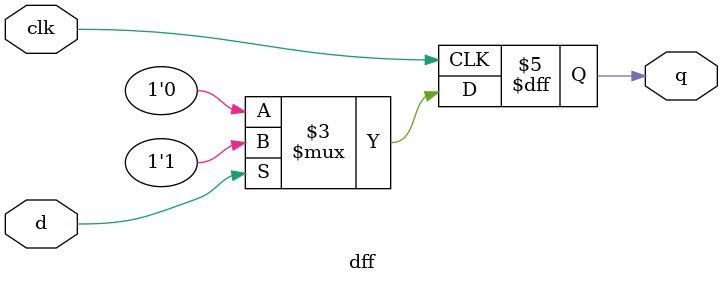
<source format=v>
`timescale 1ns / 1ps
module dff(clk, d, q);
    input clk;
    input d;
    output reg q;
	 
	 always @ (posedge clk) begin
	 if (d)
	 q <= 1'b1; 
	 else
	 q <= 1'b0; 
	 end
	 


endmodule

</source>
